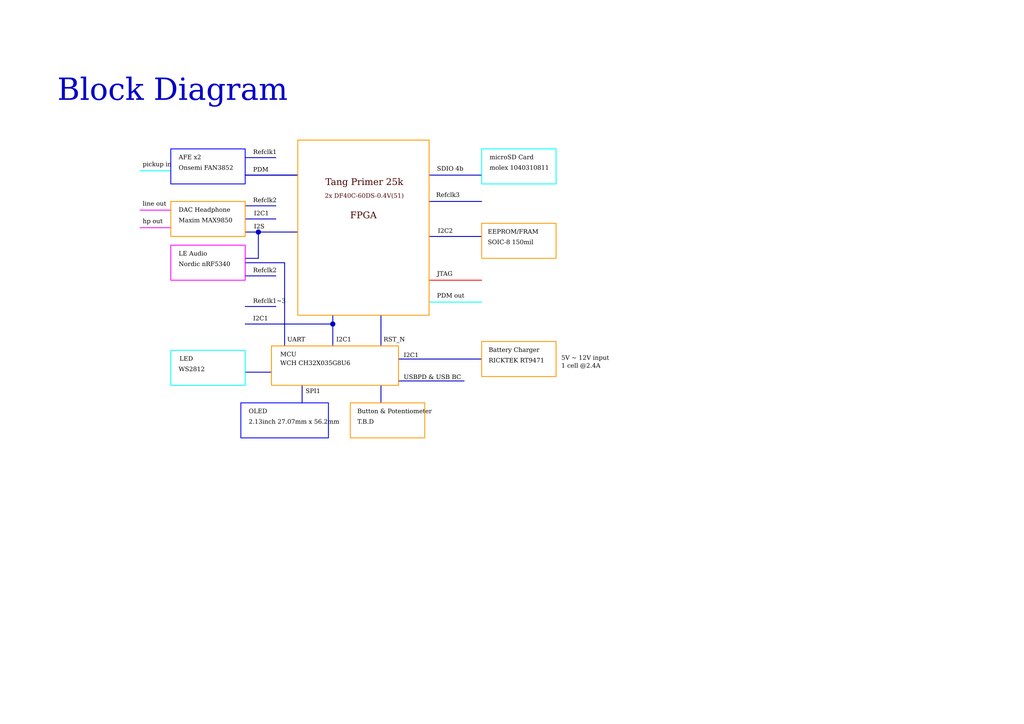
<source format=kicad_sch>
(kicad_sch
	(version 20250114)
	(generator "eeschema")
	(generator_version "9.0")
	(uuid "5328af80-c100-43d7-aff8-80e74560490d")
	(paper "A4")
	(lib_symbols)
	(rectangle
		(start 69.85 116.84)
		(end 95.25 127)
		(stroke
			(width 0.254)
			(type default)
			(color 0 0 255 1)
		)
		(fill
			(type none)
		)
		(uuid 1b6550ff-3c73-4621-9200-4232d40d501b)
	)
	(circle
		(center 96.52 93.98)
		(radius 0.0001)
		(stroke
			(width 0.762)
			(type default)
		)
		(fill
			(type none)
		)
		(uuid 211f6831-56d0-40b6-8836-c88c53e4c21f)
	)
	(rectangle
		(start 49.53 43.18)
		(end 71.12 53.34)
		(stroke
			(width 0.254)
			(type default)
			(color 0 0 255 1)
		)
		(fill
			(type none)
		)
		(uuid 5589365c-687e-430f-8c57-0a8c4d5f48da)
	)
	(rectangle
		(start 49.53 71.12)
		(end 71.12 81.28)
		(stroke
			(width 0.254)
			(type default)
			(color 255 0 255 1)
		)
		(fill
			(type none)
		)
		(uuid 812953ec-9c58-4698-96c0-d81abf1e0094)
	)
	(rectangle
		(start 101.6 116.84)
		(end 123.19 127)
		(stroke
			(width 0.254)
			(type default)
			(color 255 153 0 1)
		)
		(fill
			(type none)
		)
		(uuid a2e2c788-4d65-453c-8e18-918af292cfb9)
	)
	(rectangle
		(start 139.7 99.06)
		(end 161.29 109.22)
		(stroke
			(width 0.254)
			(type default)
			(color 255 153 0 1)
		)
		(fill
			(type none)
		)
		(uuid af420549-a82f-46a0-b5b5-a4306425cecc)
	)
	(rectangle
		(start 78.74 100.33)
		(end 115.57 111.76)
		(stroke
			(width 0.254)
			(type default)
			(color 255 153 0 1)
		)
		(fill
			(type none)
		)
		(uuid c8dd36d8-26c7-4e9e-ad13-7854d1bde1db)
	)
	(circle
		(center 74.93 67.31)
		(radius 0.0001)
		(stroke
			(width 0.762)
			(type default)
		)
		(fill
			(type none)
		)
		(uuid cb41783d-32e3-4e4e-b785-8e6fb3c45715)
	)
	(rectangle
		(start 86.36 40.64)
		(end 124.46 91.44)
		(stroke
			(width 0.254)
			(type default)
			(color 255 153 0 1)
		)
		(fill
			(type none)
		)
		(uuid cd188da7-f3bc-4742-8fee-8afbd4ae8912)
	)
	(rectangle
		(start 49.53 58.42)
		(end 71.12 68.58)
		(stroke
			(width 0.254)
			(type default)
			(color 255 153 0 1)
		)
		(fill
			(type none)
		)
		(uuid e6697caa-6797-412f-b999-51dfd709ef0c)
	)
	(rectangle
		(start 139.7 64.77)
		(end 161.29 74.93)
		(stroke
			(width 0.254)
			(type default)
			(color 255 153 0 1)
		)
		(fill
			(type none)
		)
		(uuid eae1dd15-fa8f-4a0f-9fd4-a3e3ef43cf56)
	)
	(rectangle
		(start 49.53 101.6)
		(end 71.12 111.76)
		(stroke
			(width 0.254)
			(type default)
			(color 0 255 255 1)
		)
		(fill
			(type none)
		)
		(uuid eb328ddd-08bf-4a58-8aa9-832b6c9acc54)
	)
	(rectangle
		(start 139.7 43.18)
		(end 161.29 53.34)
		(stroke
			(width 0.254)
			(type default)
			(color 0 255 255 1)
		)
		(fill
			(type none)
		)
		(uuid ef4c2af3-c8a8-4027-bc8d-273734d89be1)
	)
	(text "T.B.D"
		(exclude_from_sim no)
		(at 103.632 122.936 0)
		(effects
			(font
				(face "Times New Roman")
				(size 1.27 1.27)
				(italic yes)
				(color 0 0 0 1)
			)
			(justify left)
		)
		(uuid "008b264e-fbd5-4c1e-9260-fe972fd0f7c8")
	)
	(text "Onsemi FAN3852"
		(exclude_from_sim no)
		(at 51.816 49.276 0)
		(effects
			(font
				(face "Times New Roman")
				(size 1.27 1.27)
				(italic yes)
				(color 0 0 0 1)
			)
			(justify left)
		)
		(uuid "04926869-96fd-4b83-b4aa-58e28944a137")
	)
	(text "line out"
		(exclude_from_sim no)
		(at 41.402 59.69 0)
		(effects
			(font
				(face "Times New Roman")
				(size 1.27 1.27)
				(italic yes)
				(color 0 0 0 1)
			)
			(justify left)
		)
		(uuid "0610fd9f-ec15-432a-b4c5-c1aecfc22e5f")
	)
	(text "FPGA"
		(exclude_from_sim no)
		(at 105.41 63.246 0)
		(effects
			(font
				(face "Times New Roman")
				(size 1.905 1.905)
				(italic yes)
				(color 72 0 0 1)
			)
		)
		(uuid "08802fff-e859-472e-a72a-13f9e0066148")
	)
	(text "PDM out"
		(exclude_from_sim no)
		(at 126.746 86.36 0)
		(effects
			(font
				(face "Times New Roman")
				(size 1.27 1.27)
				(italic yes)
				(color 0 0 0 1)
			)
			(justify left)
		)
		(uuid "0f41a49f-525f-4b62-bb88-e46a68449a24")
	)
	(text "WCH CH32X035G8U6"
		(exclude_from_sim no)
		(at 81.28 105.918 0)
		(effects
			(font
				(face "Times New Roman")
				(size 1.27 1.27)
				(italic yes)
				(color 0 0 0 1)
			)
			(justify left)
		)
		(uuid "10dd218d-cb28-46bb-bdbf-ecfee2ad6ee8")
	)
	(text "5V ~ 12V input"
		(exclude_from_sim no)
		(at 162.814 104.394 0)
		(effects
			(font
				(face "Times New Roman")
				(size 1.27 1.27)
				(italic yes)
				(color 0 0 0 1)
			)
			(justify left)
		)
		(uuid "12078b27-0e08-4edd-9963-48bbdd78bb43")
	)
	(text "Refclk2"
		(exclude_from_sim no)
		(at 73.406 58.674 0)
		(effects
			(font
				(face "Times New Roman")
				(size 1.27 1.27)
				(italic yes)
				(color 0 0 0 1)
			)
			(justify left)
		)
		(uuid "1f22aa5b-b274-4b71-8a16-f9fd3d002b11")
	)
	(text "Refclk2"
		(exclude_from_sim no)
		(at 73.406 78.994 0)
		(effects
			(font
				(face "Times New Roman")
				(size 1.27 1.27)
				(italic yes)
				(color 0 0 0 1)
			)
			(justify left)
		)
		(uuid "232be163-c1d3-4a00-ab4e-47b530aa7ee8")
	)
	(text "USBPD & USB BC"
		(exclude_from_sim no)
		(at 117.094 109.982 0)
		(effects
			(font
				(face "Times New Roman")
				(size 1.27 1.27)
				(italic yes)
				(color 0 0 0 1)
			)
			(justify left)
		)
		(uuid "27bf6d48-46b8-4154-b97d-0645b6891f59")
	)
	(text "Refclk3"
		(exclude_from_sim no)
		(at 126.492 57.15 0)
		(effects
			(font
				(face "Times New Roman")
				(size 1.27 1.27)
				(italic yes)
				(color 0 0 0 1)
			)
			(justify left)
		)
		(uuid "2c467cff-0867-4b9a-b5bb-550fef3c69d6")
	)
	(text "JTAG"
		(exclude_from_sim no)
		(at 126.746 80.01 0)
		(effects
			(font
				(face "Times New Roman")
				(size 1.27 1.27)
				(italic yes)
				(color 0 0 0 1)
			)
			(justify left)
		)
		(uuid "2c85b7cf-8a09-4eb5-902e-48a2db4f414d")
	)
	(text "EEPROM/FRAM"
		(exclude_from_sim no)
		(at 141.478 67.818 0)
		(effects
			(font
				(face "Times New Roman")
				(size 1.27 1.27)
				(italic yes)
				(color 0 0 0 1)
			)
			(justify left)
		)
		(uuid "2e496881-daf1-446e-a247-e3c77c09750e")
	)
	(text "Refclk1"
		(exclude_from_sim no)
		(at 73.406 44.704 0)
		(effects
			(font
				(face "Times New Roman")
				(size 1.27 1.27)
				(italic yes)
				(color 0 0 0 1)
			)
			(justify left)
		)
		(uuid "3b6bb6a1-1786-47b2-a46a-4d4d64ebe52b")
	)
	(text "I2C1"
		(exclude_from_sim no)
		(at 73.406 92.964 0)
		(effects
			(font
				(face "Times New Roman")
				(size 1.27 1.27)
				(italic yes)
				(color 0 0 0 1)
			)
			(justify left)
		)
		(uuid "40d2528f-a956-4cb1-b00f-3fc273452c1b")
	)
	(text "hp out"
		(exclude_from_sim no)
		(at 41.402 64.77 0)
		(effects
			(font
				(face "Times New Roman")
				(size 1.27 1.27)
				(italic yes)
				(color 0 0 0 1)
			)
			(justify left)
		)
		(uuid "418ded7c-6769-4e5a-82e3-8adc96cbaa98")
	)
	(text "WS2812"
		(exclude_from_sim no)
		(at 51.816 107.696 0)
		(effects
			(font
				(face "Times New Roman")
				(size 1.27 1.27)
				(italic yes)
				(color 0 0 0 1)
			)
			(justify left)
		)
		(uuid "4292c16a-de88-4e01-ad39-7a67e874330d")
	)
	(text "microSD Card"
		(exclude_from_sim no)
		(at 141.986 46.228 0)
		(effects
			(font
				(face "Times New Roman")
				(size 1.27 1.27)
				(italic yes)
				(color 0 0 0 1)
			)
			(justify left)
		)
		(uuid "4566bc90-ac34-4e06-b267-6bad9f5e08bc")
	)
	(text "SOIC-8 150mil"
		(exclude_from_sim no)
		(at 141.478 70.866 0)
		(effects
			(font
				(face "Times New Roman")
				(size 1.27 1.27)
				(italic yes)
				(color 0 0 0 1)
			)
			(justify left)
		)
		(uuid "61876325-c9a6-4507-ba40-b9a32d5b2c56")
	)
	(text "Maxim MAX9850"
		(exclude_from_sim no)
		(at 51.816 64.516 0)
		(effects
			(font
				(face "Times New Roman")
				(size 1.27 1.27)
				(italic yes)
				(color 0 0 0 1)
			)
			(justify left)
		)
		(uuid "66342a08-1076-41c2-b2b5-5b3e7c218f28")
	)
	(text "OLED"
		(exclude_from_sim no)
		(at 72.136 119.888 0)
		(effects
			(font
				(face "Times New Roman")
				(size 1.27 1.27)
				(italic yes)
				(color 0 0 0 1)
			)
			(justify left)
		)
		(uuid "6ca6958c-59b2-4a8c-a221-0b5e17837974")
	)
	(text "RICKTEK RT9471"
		(exclude_from_sim no)
		(at 141.732 105.156 0)
		(effects
			(font
				(face "Times New Roman")
				(size 1.27 1.27)
				(italic yes)
				(color 0 0 0 1)
			)
			(justify left)
		)
		(uuid "6f37cd7a-413e-42d2-88bf-9e07acacde2e")
	)
	(text "molex 1040310811"
		(exclude_from_sim no)
		(at 141.986 49.276 0)
		(effects
			(font
				(face "Times New Roman")
				(size 1.27 1.27)
				(italic yes)
				(color 0 0 0 1)
			)
			(justify left)
		)
		(uuid "71e79f3a-f78b-4ad0-a1af-2b85496ca0cb")
	)
	(text "Nordic nRF5340"
		(exclude_from_sim no)
		(at 51.816 77.216 0)
		(effects
			(font
				(face "Times New Roman")
				(size 1.27 1.27)
				(italic yes)
				(color 0 0 0 1)
			)
			(justify left)
		)
		(uuid "8460ca70-9259-4fac-85d7-bf4b1a5eee9a")
	)
	(text "LE Audio"
		(exclude_from_sim no)
		(at 51.816 74.168 0)
		(effects
			(font
				(face "Times New Roman")
				(size 1.27 1.27)
				(italic yes)
				(color 0 0 0 1)
			)
			(justify left)
		)
		(uuid "8a00b36f-a08a-423c-856a-3f1722e1a83c")
	)
	(text "PDM"
		(exclude_from_sim no)
		(at 73.406 49.784 0)
		(effects
			(font
				(face "Times New Roman")
				(size 1.27 1.27)
				(italic yes)
				(color 0 0 0 1)
			)
			(justify left)
		)
		(uuid "8b822d03-01ed-4292-8d9f-3e427f0665eb")
	)
	(text "Button & Potentiometer"
		(exclude_from_sim no)
		(at 103.632 119.888 0)
		(effects
			(font
				(face "Times New Roman")
				(size 1.27 1.27)
				(italic yes)
				(color 0 0 0 1)
			)
			(justify left)
		)
		(uuid "95a2a161-46e6-41e3-8d63-bdd4a3a2ffd2")
	)
	(text "Block Diagram"
		(exclude_from_sim no)
		(at 50.038 28.194 0)
		(effects
			(font
				(face "Times New Roman")
				(size 6.35 6.35)
				(italic yes)
			)
		)
		(uuid "9792c9a2-46a3-44b0-9250-09043210c800")
	)
	(text "LED"
		(exclude_from_sim no)
		(at 52.07 104.648 0)
		(effects
			(font
				(face "Times New Roman")
				(size 1.27 1.27)
				(italic yes)
				(color 0 0 0 1)
			)
			(justify left)
		)
		(uuid "98334380-a720-4e05-8c77-f9d76b404d7d")
	)
	(text "I2C1"
		(exclude_from_sim no)
		(at 117.094 103.632 0)
		(effects
			(font
				(face "Times New Roman")
				(size 1.27 1.27)
				(italic yes)
				(color 0 0 0 1)
			)
			(justify left)
		)
		(uuid "9e055415-624c-4418-81c8-fac32751813b")
	)
	(text "I2C1"
		(exclude_from_sim no)
		(at 73.66 62.484 0)
		(effects
			(font
				(face "Times New Roman")
				(size 1.27 1.27)
				(italic yes)
				(color 0 0 0 1)
			)
			(justify left)
		)
		(uuid "a13a4d33-1f44-4427-8cab-7df274b23c0a")
	)
	(text "pickup in"
		(exclude_from_sim no)
		(at 41.402 48.26 0)
		(effects
			(font
				(face "Times New Roman")
				(size 1.27 1.27)
				(italic yes)
				(color 0 0 0 1)
			)
			(justify left)
		)
		(uuid "a3df1f09-319c-4a3d-a412-aacbb3976ae7")
	)
	(text "UART"
		(exclude_from_sim no)
		(at 83.312 99.06 0)
		(effects
			(font
				(face "Times New Roman")
				(size 1.27 1.27)
				(italic yes)
				(color 0 0 0 1)
			)
			(justify left)
		)
		(uuid "b60b62f2-e730-4caf-a8d3-8aae353c6258")
	)
	(text "DAC Headphone"
		(exclude_from_sim no)
		(at 51.816 61.468 0)
		(effects
			(font
				(face "Times New Roman")
				(size 1.27 1.27)
				(italic yes)
				(color 0 0 0 1)
			)
			(justify left)
		)
		(uuid "b81eaec9-2639-4027-b5f9-42dd385148de")
	)
	(text "I2C2"
		(exclude_from_sim no)
		(at 127 67.564 0)
		(effects
			(font
				(face "Times New Roman")
				(size 1.27 1.27)
				(italic yes)
				(color 0 0 0 1)
			)
			(justify left)
		)
		(uuid "c0d7bfb0-9c30-4829-8032-56abb16c3a82")
	)
	(text "SDIO 4b"
		(exclude_from_sim no)
		(at 126.746 49.53 0)
		(effects
			(font
				(face "Times New Roman")
				(size 1.27 1.27)
				(italic yes)
				(color 0 0 0 1)
			)
			(justify left)
		)
		(uuid "caed4afd-54cd-4d64-b557-1ed49b38b45c")
	)
	(text "2.13inch 27.07mm x 56.2mm"
		(exclude_from_sim no)
		(at 72.136 122.936 0)
		(effects
			(font
				(face "Times New Roman")
				(size 1.27 1.27)
				(italic yes)
				(color 0 0 0 1)
			)
			(justify left)
		)
		(uuid "cb1d6d1c-da14-405c-a28c-3cb70370d12a")
	)
	(text "AFE x2"
		(exclude_from_sim no)
		(at 51.816 46.228 0)
		(effects
			(font
				(face "Times New Roman")
				(size 1.27 1.27)
				(italic yes)
				(color 0 0 0 1)
			)
			(justify left)
		)
		(uuid "d70d2463-6def-4227-805e-fb715b08afae")
	)
	(text "SPI1"
		(exclude_from_sim no)
		(at 88.646 114.046 0)
		(effects
			(font
				(face "Times New Roman")
				(size 1.27 1.27)
				(italic yes)
				(color 0 0 0 1)
			)
			(justify left)
		)
		(uuid "dbbaf0f9-036b-49ca-8dff-23e326a1773c")
	)
	(text "2x DF40C-60DS-0.4V(51)"
		(exclude_from_sim no)
		(at 105.664 57.404 0)
		(effects
			(font
				(face "Times New Roman")
				(size 1.27 1.27)
				(italic yes)
				(color 72 0 0 1)
			)
		)
		(uuid "de6ff04f-479f-480b-ba52-9d05236a4db9")
	)
	(text "MCU"
		(exclude_from_sim no)
		(at 81.28 103.378 0)
		(effects
			(font
				(face "Times New Roman")
				(size 1.27 1.27)
				(italic yes)
				(color 0 0 0 1)
			)
			(justify left)
		)
		(uuid "dff95e14-a1d8-4289-9e78-fa7834541f48")
	)
	(text "RST_N"
		(exclude_from_sim no)
		(at 111.252 99.06 0)
		(effects
			(font
				(face "Times New Roman")
				(size 1.27 1.27)
				(italic yes)
				(color 0 0 0 1)
			)
			(justify left)
		)
		(uuid "e44162a8-1992-4d33-a977-a7a9c08bed92")
	)
	(text "I2S"
		(exclude_from_sim no)
		(at 73.66 66.294 0)
		(effects
			(font
				(face "Times New Roman")
				(size 1.27 1.27)
				(italic yes)
				(color 0 0 0 1)
			)
			(justify left)
		)
		(uuid "e6f9fa69-27f8-4c93-aa41-38e55e9c19d3")
	)
	(text "Refclk1~3"
		(exclude_from_sim no)
		(at 73.406 87.884 0)
		(effects
			(font
				(face "Times New Roman")
				(size 1.27 1.27)
				(italic yes)
				(color 0 0 0 1)
			)
			(justify left)
		)
		(uuid "eda73d8b-dbf0-4bed-895e-0665a3c926ec")
	)
	(text "Battery Charger"
		(exclude_from_sim no)
		(at 141.732 102.108 0)
		(effects
			(font
				(face "Times New Roman")
				(size 1.27 1.27)
				(italic yes)
				(color 0 0 0 1)
			)
			(justify left)
		)
		(uuid "f3fe0699-205f-4932-9dc8-7d4d5e53c950")
	)
	(text "1 cell @2.4A"
		(exclude_from_sim no)
		(at 162.814 106.68 0)
		(effects
			(font
				(face "Times New Roman")
				(size 1.27 1.27)
				(italic yes)
				(color 0 0 0 1)
			)
			(justify left)
		)
		(uuid "f4df02c8-2132-451b-8647-74b55c928072")
	)
	(text "I2C1"
		(exclude_from_sim no)
		(at 97.536 99.06 0)
		(effects
			(font
				(face "Times New Roman")
				(size 1.27 1.27)
				(italic yes)
				(color 0 0 0 1)
			)
			(justify left)
		)
		(uuid "fd410c8a-cb7d-4aca-916e-b17477252aef")
	)
	(text "Tang Primer 25k"
		(exclude_from_sim no)
		(at 105.664 53.594 0)
		(effects
			(font
				(face "Times New Roman")
				(size 1.905 1.905)
				(italic yes)
				(color 72 0 0 1)
			)
		)
		(uuid "fd438782-cd61-4402-8338-c63b2b37267e")
	)
	(polyline
		(pts
			(xy 124.46 87.63) (xy 139.7 87.63)
		)
		(stroke
			(width 0.254)
			(type default)
			(color 0 255 255 1)
		)
		(uuid "0a5ff129-dbdd-4691-aad8-6a23717ad62f")
	)
	(polyline
		(pts
			(xy 71.12 107.95) (xy 78.74 107.95)
		)
		(stroke
			(width 0.254)
			(type default)
		)
		(uuid "0f3f8903-687f-4069-a72b-ed1144881e43")
	)
	(polyline
		(pts
			(xy 49.53 60.96) (xy 40.64 60.96)
		)
		(stroke
			(width 0.254)
			(type default)
			(color 255 0 255 1)
		)
		(uuid "127287a5-32a1-402b-b2a9-380d73d992b2")
	)
	(polyline
		(pts
			(xy 134.62 110.49) (xy 115.57 110.49)
		)
		(stroke
			(width 0.254)
			(type default)
		)
		(uuid "1eee3d02-6481-448b-9142-72846a9d746f")
	)
	(polyline
		(pts
			(xy 124.46 50.8) (xy 139.7 50.8)
		)
		(stroke
			(width 0.254)
			(type default)
		)
		(uuid "1f565892-d945-4fab-9eb6-26992e3bea0c")
	)
	(polyline
		(pts
			(xy 71.12 88.9) (xy 80.01 88.9)
		)
		(stroke
			(width 0.254)
			(type default)
		)
		(uuid "224a55c0-c22a-4ffc-875e-72e7f157f321")
	)
	(polyline
		(pts
			(xy 110.49 91.44) (xy 110.49 100.33)
		)
		(stroke
			(width 0.254)
			(type default)
		)
		(uuid "3084b7de-6eca-45f6-a2b2-5c9bc88fd9d6")
	)
	(polyline
		(pts
			(xy 74.93 74.93) (xy 74.93 67.31)
		)
		(stroke
			(width 0.254)
			(type default)
		)
		(uuid "382ccc64-6e08-411a-8a3c-f41fb8811a9d")
	)
	(polyline
		(pts
			(xy 71.12 50.8) (xy 86.36 50.8)
		)
		(stroke
			(width 0.254)
			(type default)
		)
		(uuid "3f281fd4-4243-4d38-b962-7e04faa3e99f")
	)
	(polyline
		(pts
			(xy 110.49 116.84) (xy 110.49 111.76)
		)
		(stroke
			(width 0.254)
			(type default)
		)
		(uuid "5935b7c6-43d8-4fdd-a35b-53e1231f8f3a")
	)
	(polyline
		(pts
			(xy 49.53 49.53) (xy 40.64 49.53)
		)
		(stroke
			(width 0.254)
			(type default)
			(color 0 255 255 1)
		)
		(uuid "629db52a-177c-4c8e-a0d4-d52fde1d2678")
	)
	(polyline
		(pts
			(xy 87.63 111.76) (xy 87.63 116.84)
		)
		(stroke
			(width 0.254)
			(type default)
		)
		(uuid "68df7594-3423-4b13-9617-d436f94b1707")
	)
	(polyline
		(pts
			(xy 80.01 63.5) (xy 71.12 63.5)
		)
		(stroke
			(width 0.254)
			(type default)
		)
		(uuid "6b05cdeb-9d8d-429d-9d08-b3daf5e305a9")
	)
	(polyline
		(pts
			(xy 82.55 100.33) (xy 82.55 76.2)
		)
		(stroke
			(width 0.254)
			(type default)
		)
		(uuid "7bfedc5a-8190-419f-86e4-633d90b84dff")
	)
	(polyline
		(pts
			(xy 71.12 67.31) (xy 86.36 67.31)
		)
		(stroke
			(width 0.254)
			(type default)
		)
		(uuid "801aeb37-42d2-4583-8fc1-25fb211fd4a4")
	)
	(polyline
		(pts
			(xy 71.12 59.69) (xy 80.01 59.69)
		)
		(stroke
			(width 0.254)
			(type default)
		)
		(uuid "8c9faf85-0e53-4cd3-b00e-ea8fd7a73ec2")
	)
	(polyline
		(pts
			(xy 139.7 104.14) (xy 115.57 104.14)
		)
		(stroke
			(width 0.254)
			(type default)
		)
		(uuid "a05a8884-6cf9-4df9-bdcc-1adb467898ca")
	)
	(polyline
		(pts
			(xy 71.12 45.72) (xy 80.01 45.72)
		)
		(stroke
			(width 0.254)
			(type default)
		)
		(uuid "ad8a846b-e04c-44a3-9402-f9d76d54f5da")
	)
	(polyline
		(pts
			(xy 124.46 68.58) (xy 139.7 68.58)
		)
		(stroke
			(width 0.254)
			(type default)
		)
		(uuid "bb86413d-ee21-4a0e-ac5f-92ff41361f07")
	)
	(polyline
		(pts
			(xy 71.12 76.2) (xy 82.55 76.2)
		)
		(stroke
			(width 0.254)
			(type default)
		)
		(uuid "cda9f67e-da33-45fe-83ed-8f6ec074dedb")
	)
	(polyline
		(pts
			(xy 96.52 91.44) (xy 96.52 100.33)
		)
		(stroke
			(width 0.254)
			(type default)
		)
		(uuid "e2670f0a-b0f5-452b-adb1-6ebdfc888167")
	)
	(polyline
		(pts
			(xy 124.46 58.42) (xy 139.7 58.42)
		)
		(stroke
			(width 0.254)
			(type default)
		)
		(uuid "e3de48d5-68af-4861-aba2-0183f7dad01e")
	)
	(polyline
		(pts
			(xy 71.12 93.98) (xy 96.52 93.98)
		)
		(stroke
			(width 0.254)
			(type default)
		)
		(uuid "e68c9aec-31fb-411e-9ff2-88cd0d976558")
	)
	(polyline
		(pts
			(xy 71.12 74.93) (xy 74.93 74.93)
		)
		(stroke
			(width 0.254)
			(type default)
		)
		(uuid "ee441bce-5e86-4126-a31a-b5f7679268c8")
	)
	(polyline
		(pts
			(xy 71.12 80.01) (xy 80.01 80.01)
		)
		(stroke
			(width 0.254)
			(type default)
		)
		(uuid "f1307fda-4312-44c2-af95-253e8319392c")
	)
	(polyline
		(pts
			(xy 71.12 50.8) (xy 86.36 50.8)
		)
		(stroke
			(width 0.254)
			(type default)
		)
		(uuid "f290e1ed-21e2-4942-8b38-d6f402757dc4")
	)
	(polyline
		(pts
			(xy 49.53 66.04) (xy 40.64 66.04)
		)
		(stroke
			(width 0.254)
			(type default)
			(color 255 0 255 1)
		)
		(uuid "f53b02ba-1b87-47e9-ba59-66ed196bea48")
	)
	(polyline
		(pts
			(xy 124.46 81.28) (xy 139.7 81.28)
		)
		(stroke
			(width 0.254)
			(type default)
			(color 255 0 0 1)
		)
		(uuid "f7bb5f68-b12a-43ca-9757-b9d43bfe3ab9")
	)
)

</source>
